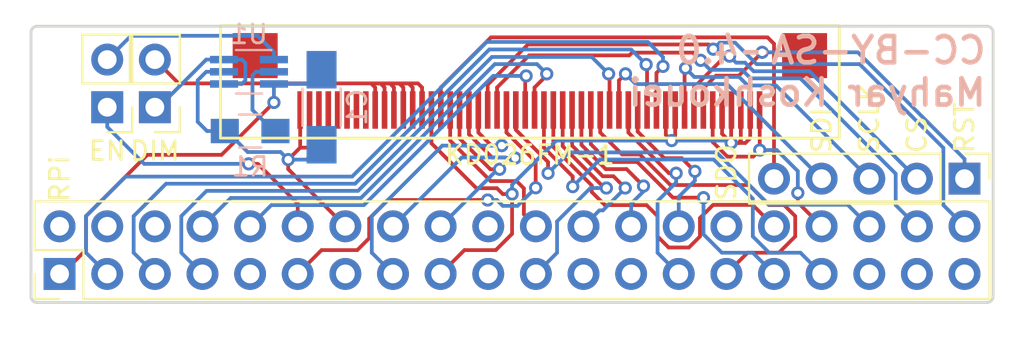
<source format=kicad_pcb>
(kicad_pcb (version 20170123) (host pcbnew "(2017-05-26 revision 1fda668f2)-master")

  (general
    (links 65)
    (no_connects 9)
    (area 145.314999 62.7725 198.9825 81.288333)
    (thickness 1.6)
    (drawings 14)
    (tracks 413)
    (zones 0)
    (modules 8)
    (nets 36)
  )

  (page A4)
  (layers
    (0 F.Cu signal)
    (31 B.Cu signal)
    (32 B.Adhes user)
    (33 F.Adhes user)
    (34 B.Paste user)
    (35 F.Paste user)
    (36 B.SilkS user)
    (37 F.SilkS user)
    (38 B.Mask user)
    (39 F.Mask user)
    (40 Dwgs.User user)
    (41 Cmts.User user)
    (42 Eco1.User user)
    (43 Eco2.User user)
    (44 Edge.Cuts user)
    (45 Margin user)
    (46 B.CrtYd user)
    (47 F.CrtYd user)
    (48 B.Fab user)
    (49 F.Fab user)
  )

  (setup
    (last_trace_width 0.2)
    (trace_clearance 0.18)
    (zone_clearance 0.5)
    (zone_45_only no)
    (trace_min 0.2)
    (segment_width 0.2)
    (edge_width 0.15)
    (via_size 0.7)
    (via_drill 0.4)
    (via_min_size 0.4)
    (via_min_drill 0.3)
    (uvia_size 0.3)
    (uvia_drill 0.1)
    (uvias_allowed no)
    (uvia_min_size 0.2)
    (uvia_min_drill 0.1)
    (pcb_text_width 0.3)
    (pcb_text_size 1.5 1.5)
    (mod_edge_width 0.15)
    (mod_text_size 1 1)
    (mod_text_width 0.15)
    (pad_size 1.524 1.524)
    (pad_drill 0.762)
    (pad_to_mask_clearance 0.2)
    (aux_axis_origin 0 0)
    (visible_elements FFFFFF7F)
    (pcbplotparams
      (layerselection 0x00030_ffffffff)
      (usegerberextensions false)
      (excludeedgelayer true)
      (linewidth 0.100000)
      (plotframeref false)
      (viasonmask false)
      (mode 1)
      (useauxorigin false)
      (hpglpennumber 1)
      (hpglpenspeed 20)
      (hpglpendiameter 15)
      (psnegative false)
      (psa4output false)
      (plotreference true)
      (plotvalue true)
      (plotinvisibletext false)
      (padsonsilk false)
      (subtractmaskfromsilk false)
      (outputformat 1)
      (mirror false)
      (drillshape 1)
      (scaleselection 1)
      (outputdirectory ""))
  )

  (net 0 "")
  (net 1 GND)
  (net 2 +3V3)
  (net 3 SDO)
  (net 4 SDI)
  (net 5 SCLK)
  (net 6 CS)
  (net 7 RESET)
  (net 8 /BCM_21)
  (net 9 /BCM_20)
  (net 10 /BCM_16)
  (net 11 /BCM_13)
  (net 12 /BCM_12)
  (net 13 /BCM_6)
  (net 14 /BCM_5)
  (net 15 /BCM_1)
  (net 16 /BCM_0)
  (net 17 /BCM_7)
  (net 18 /BCM_8)
  (net 19 /BCM_25)
  (net 20 /BCM_9)
  (net 21 /BCM_24)
  (net 22 /BCM_23)
  (net 23 /BCM_22)
  (net 24 BCM_18)
  (net 25 /BCM_17)
  (net 26 /BCM_15)
  (net 27 /BCM_14)
  (net 28 /BCM_4)
  (net 29 /BCM_3)
  (net 30 +5V)
  (net 31 /BCM_2)
  (net 32 "Net-(JP1-Pad2)")
  (net 33 "Net-(JP2-Pad2)")
  (net 34 "Net-(JP2-Pad1)")
  (net 35 "Net-(R1-Pad1)")

  (net_class Default "This is the default net class."
    (clearance 0.18)
    (trace_width 0.2)
    (via_dia 0.7)
    (via_drill 0.4)
    (uvia_dia 0.3)
    (uvia_drill 0.1)
    (add_net +3V3)
    (add_net +5V)
    (add_net /BCM_0)
    (add_net /BCM_1)
    (add_net /BCM_12)
    (add_net /BCM_13)
    (add_net /BCM_14)
    (add_net /BCM_15)
    (add_net /BCM_16)
    (add_net /BCM_17)
    (add_net /BCM_2)
    (add_net /BCM_20)
    (add_net /BCM_21)
    (add_net /BCM_22)
    (add_net /BCM_23)
    (add_net /BCM_24)
    (add_net /BCM_25)
    (add_net /BCM_3)
    (add_net /BCM_4)
    (add_net /BCM_5)
    (add_net /BCM_6)
    (add_net /BCM_7)
    (add_net /BCM_8)
    (add_net /BCM_9)
    (add_net BCM_18)
    (add_net CS)
    (add_net GND)
    (add_net "Net-(JP1-Pad2)")
    (add_net "Net-(JP2-Pad1)")
    (add_net "Net-(JP2-Pad2)")
    (add_net "Net-(R1-Pad1)")
    (add_net RESET)
    (add_net SCLK)
    (add_net SDI)
    (add_net SDO)
  )

  (module Capacitors_SMD:C_1206_HandSoldering (layer B.Cu) (tedit 58AA84D1) (tstamp 594DF976)
    (at 161.29 68.58 270)
    (descr "Capacitor SMD 1206, hand soldering")
    (tags "capacitor 1206")
    (path /594D864D)
    (attr smd)
    (fp_text reference C1 (at 0 -1.905 270) (layer B.SilkS)
      (effects (font (size 1 1) (thickness 0.15)) (justify mirror))
    )
    (fp_text value 1u (at 0 -2 270) (layer B.Fab)
      (effects (font (size 1 1) (thickness 0.15)) (justify mirror))
    )
    (fp_line (start 3.25 -1.05) (end -3.25 -1.05) (layer B.CrtYd) (width 0.05))
    (fp_line (start 3.25 -1.05) (end 3.25 1.05) (layer B.CrtYd) (width 0.05))
    (fp_line (start -3.25 1.05) (end -3.25 -1.05) (layer B.CrtYd) (width 0.05))
    (fp_line (start -3.25 1.05) (end 3.25 1.05) (layer B.CrtYd) (width 0.05))
    (fp_line (start -1 -1.02) (end 1 -1.02) (layer B.SilkS) (width 0.12))
    (fp_line (start 1 1.02) (end -1 1.02) (layer B.SilkS) (width 0.12))
    (fp_line (start -1.6 0.8) (end 1.6 0.8) (layer B.Fab) (width 0.1))
    (fp_line (start 1.6 0.8) (end 1.6 -0.8) (layer B.Fab) (width 0.1))
    (fp_line (start 1.6 -0.8) (end -1.6 -0.8) (layer B.Fab) (width 0.1))
    (fp_line (start -1.6 -0.8) (end -1.6 0.8) (layer B.Fab) (width 0.1))
    (fp_text user %R (at 0 1.75 270) (layer B.Fab)
      (effects (font (size 1 1) (thickness 0.15)) (justify mirror))
    )
    (pad 2 smd rect (at 2 0 270) (size 2 1.6) (layers B.Cu B.Paste B.Mask)
      (net 1 GND))
    (pad 1 smd rect (at -2 0 270) (size 2 1.6) (layers B.Cu B.Paste B.Mask)
      (net 2 +3V3))
    (model Capacitors_SMD.3dshapes/C_1206.wrl
      (at (xyz 0 0 0))
      (scale (xyz 1 1 1))
      (rotate (xyz 0 0 0))
    )
  )

  (module Pin_Headers:Pin_Header_Straight_1x05_Pitch2.54mm (layer F.Cu) (tedit 594DA7C9) (tstamp 594DF98E)
    (at 195.58 72.39 270)
    (descr "Through hole straight pin header, 1x05, 2.54mm pitch, single row")
    (tags "Through hole pin header THT 1x05 2.54mm single row")
    (path /594D8653)
    (fp_text reference SPI (at -2.54 0 270) (layer F.SilkS) hide
      (effects (font (size 1 1) (thickness 0.15)))
    )
    (fp_text value SPI (at 0 12.49 270) (layer F.Fab)
      (effects (font (size 1 1) (thickness 0.15)))
    )
    (fp_text user %R (at 0 -2.33 270) (layer F.Fab)
      (effects (font (size 1 1) (thickness 0.15)))
    )
    (fp_line (start 1.8 -1.8) (end -1.8 -1.8) (layer F.CrtYd) (width 0.05))
    (fp_line (start 1.8 11.95) (end 1.8 -1.8) (layer F.CrtYd) (width 0.05))
    (fp_line (start -1.8 11.95) (end 1.8 11.95) (layer F.CrtYd) (width 0.05))
    (fp_line (start -1.8 -1.8) (end -1.8 11.95) (layer F.CrtYd) (width 0.05))
    (fp_line (start -1.33 -1.33) (end 0 -1.33) (layer F.SilkS) (width 0.12))
    (fp_line (start -1.33 0) (end -1.33 -1.33) (layer F.SilkS) (width 0.12))
    (fp_line (start 1.33 1.27) (end -1.33 1.27) (layer F.SilkS) (width 0.12))
    (fp_line (start 1.33 11.49) (end 1.33 1.27) (layer F.SilkS) (width 0.12))
    (fp_line (start -1.33 11.49) (end 1.33 11.49) (layer F.SilkS) (width 0.12))
    (fp_line (start -1.33 1.27) (end -1.33 11.49) (layer F.SilkS) (width 0.12))
    (fp_line (start 1.27 -1.27) (end -1.27 -1.27) (layer F.Fab) (width 0.1))
    (fp_line (start 1.27 11.43) (end 1.27 -1.27) (layer F.Fab) (width 0.1))
    (fp_line (start -1.27 11.43) (end 1.27 11.43) (layer F.Fab) (width 0.1))
    (fp_line (start -1.27 -1.27) (end -1.27 11.43) (layer F.Fab) (width 0.1))
    (pad 5 thru_hole oval (at 0 10.16 270) (size 1.7 1.7) (drill 1) (layers *.Cu *.Mask)
      (net 3 SDO))
    (pad 4 thru_hole oval (at 0 7.62 270) (size 1.7 1.7) (drill 1) (layers *.Cu *.Mask)
      (net 4 SDI))
    (pad 3 thru_hole oval (at 0 5.08 270) (size 1.7 1.7) (drill 1) (layers *.Cu *.Mask)
      (net 5 SCLK))
    (pad 2 thru_hole oval (at 0 2.54 270) (size 1.7 1.7) (drill 1) (layers *.Cu *.Mask)
      (net 6 CS))
    (pad 1 thru_hole rect (at 0 0 270) (size 1.7 1.7) (drill 1) (layers *.Cu *.Mask)
      (net 7 RESET))
    (model ${KISYS3DMOD}/Pin_Headers.3dshapes/Pin_Header_Straight_1x05_Pitch2.54mm.wrl
      (at (xyz 0 -0.2 0))
      (scale (xyz 1 1 1))
      (rotate (xyz 0 0 90))
    )
  )

  (module Pin_Headers:Pin_Header_Straight_2x20_Pitch2.54mm (layer F.Cu) (tedit 594DA7B2) (tstamp 594DF9CB)
    (at 147.32 77.47 90)
    (descr "Through hole straight pin header, 2x20, 2.54mm pitch, double rows")
    (tags "Through hole pin header THT 2x20 2.54mm double row")
    (path /594D862F)
    (fp_text reference RPi (at 5.08 0 90) (layer F.SilkS)
      (effects (font (size 1 1) (thickness 0.15)))
    )
    (fp_text value CONN_02X20 (at 1.27 50.59 90) (layer F.Fab)
      (effects (font (size 1 1) (thickness 0.15)))
    )
    (fp_text user %R (at 1.27 -2.33 90) (layer F.Fab)
      (effects (font (size 1 1) (thickness 0.15)))
    )
    (fp_line (start 4.35 -1.8) (end -1.8 -1.8) (layer F.CrtYd) (width 0.05))
    (fp_line (start 4.35 50.05) (end 4.35 -1.8) (layer F.CrtYd) (width 0.05))
    (fp_line (start -1.8 50.05) (end 4.35 50.05) (layer F.CrtYd) (width 0.05))
    (fp_line (start -1.8 -1.8) (end -1.8 50.05) (layer F.CrtYd) (width 0.05))
    (fp_line (start -1.33 -1.33) (end 0 -1.33) (layer F.SilkS) (width 0.12))
    (fp_line (start -1.33 0) (end -1.33 -1.33) (layer F.SilkS) (width 0.12))
    (fp_line (start 1.27 1.27) (end -1.33 1.27) (layer F.SilkS) (width 0.12))
    (fp_line (start 1.27 -1.33) (end 1.27 1.27) (layer F.SilkS) (width 0.12))
    (fp_line (start 3.87 -1.33) (end 1.27 -1.33) (layer F.SilkS) (width 0.12))
    (fp_line (start 3.87 49.59) (end 3.87 -1.33) (layer F.SilkS) (width 0.12))
    (fp_line (start -1.33 49.59) (end 3.87 49.59) (layer F.SilkS) (width 0.12))
    (fp_line (start -1.33 1.27) (end -1.33 49.59) (layer F.SilkS) (width 0.12))
    (fp_line (start 3.81 -1.27) (end -1.27 -1.27) (layer F.Fab) (width 0.1))
    (fp_line (start 3.81 49.53) (end 3.81 -1.27) (layer F.Fab) (width 0.1))
    (fp_line (start -1.27 49.53) (end 3.81 49.53) (layer F.Fab) (width 0.1))
    (fp_line (start -1.27 -1.27) (end -1.27 49.53) (layer F.Fab) (width 0.1))
    (pad 40 thru_hole oval (at 2.54 48.26 90) (size 1.7 1.7) (drill 1) (layers *.Cu *.Mask)
      (net 8 /BCM_21))
    (pad 39 thru_hole oval (at 0 48.26 90) (size 1.7 1.7) (drill 1) (layers *.Cu *.Mask)
      (net 1 GND))
    (pad 38 thru_hole oval (at 2.54 45.72 90) (size 1.7 1.7) (drill 1) (layers *.Cu *.Mask)
      (net 9 /BCM_20))
    (pad 37 thru_hole oval (at 0 45.72 90) (size 1.7 1.7) (drill 1) (layers *.Cu *.Mask))
    (pad 36 thru_hole oval (at 2.54 43.18 90) (size 1.7 1.7) (drill 1) (layers *.Cu *.Mask)
      (net 10 /BCM_16))
    (pad 35 thru_hole oval (at 0 43.18 90) (size 1.7 1.7) (drill 1) (layers *.Cu *.Mask))
    (pad 34 thru_hole oval (at 2.54 40.64 90) (size 1.7 1.7) (drill 1) (layers *.Cu *.Mask)
      (net 1 GND))
    (pad 33 thru_hole oval (at 0 40.64 90) (size 1.7 1.7) (drill 1) (layers *.Cu *.Mask)
      (net 11 /BCM_13))
    (pad 32 thru_hole oval (at 2.54 38.1 90) (size 1.7 1.7) (drill 1) (layers *.Cu *.Mask)
      (net 12 /BCM_12))
    (pad 31 thru_hole oval (at 0 38.1 90) (size 1.7 1.7) (drill 1) (layers *.Cu *.Mask)
      (net 13 /BCM_6))
    (pad 30 thru_hole oval (at 2.54 35.56 90) (size 1.7 1.7) (drill 1) (layers *.Cu *.Mask)
      (net 1 GND))
    (pad 29 thru_hole oval (at 0 35.56 90) (size 1.7 1.7) (drill 1) (layers *.Cu *.Mask)
      (net 14 /BCM_5))
    (pad 28 thru_hole oval (at 2.54 33.02 90) (size 1.7 1.7) (drill 1) (layers *.Cu *.Mask)
      (net 15 /BCM_1))
    (pad 27 thru_hole oval (at 0 33.02 90) (size 1.7 1.7) (drill 1) (layers *.Cu *.Mask)
      (net 16 /BCM_0))
    (pad 26 thru_hole oval (at 2.54 30.48 90) (size 1.7 1.7) (drill 1) (layers *.Cu *.Mask)
      (net 17 /BCM_7))
    (pad 25 thru_hole oval (at 0 30.48 90) (size 1.7 1.7) (drill 1) (layers *.Cu *.Mask)
      (net 1 GND))
    (pad 24 thru_hole oval (at 2.54 27.94 90) (size 1.7 1.7) (drill 1) (layers *.Cu *.Mask)
      (net 18 /BCM_8))
    (pad 23 thru_hole oval (at 0 27.94 90) (size 1.7 1.7) (drill 1) (layers *.Cu *.Mask))
    (pad 22 thru_hole oval (at 2.54 25.4 90) (size 1.7 1.7) (drill 1) (layers *.Cu *.Mask)
      (net 19 /BCM_25))
    (pad 21 thru_hole oval (at 0 25.4 90) (size 1.7 1.7) (drill 1) (layers *.Cu *.Mask)
      (net 20 /BCM_9))
    (pad 20 thru_hole oval (at 2.54 22.86 90) (size 1.7 1.7) (drill 1) (layers *.Cu *.Mask)
      (net 1 GND))
    (pad 19 thru_hole oval (at 0 22.86 90) (size 1.7 1.7) (drill 1) (layers *.Cu *.Mask))
    (pad 18 thru_hole oval (at 2.54 20.32 90) (size 1.7 1.7) (drill 1) (layers *.Cu *.Mask)
      (net 21 /BCM_24))
    (pad 17 thru_hole oval (at 0 20.32 90) (size 1.7 1.7) (drill 1) (layers *.Cu *.Mask)
      (net 2 +3V3))
    (pad 16 thru_hole oval (at 2.54 17.78 90) (size 1.7 1.7) (drill 1) (layers *.Cu *.Mask)
      (net 22 /BCM_23))
    (pad 15 thru_hole oval (at 0 17.78 90) (size 1.7 1.7) (drill 1) (layers *.Cu *.Mask)
      (net 23 /BCM_22))
    (pad 14 thru_hole oval (at 2.54 15.24 90) (size 1.7 1.7) (drill 1) (layers *.Cu *.Mask)
      (net 1 GND))
    (pad 13 thru_hole oval (at 0 15.24 90) (size 1.7 1.7) (drill 1) (layers *.Cu *.Mask))
    (pad 12 thru_hole oval (at 2.54 12.7 90) (size 1.7 1.7) (drill 1) (layers *.Cu *.Mask)
      (net 24 BCM_18))
    (pad 11 thru_hole oval (at 0 12.7 90) (size 1.7 1.7) (drill 1) (layers *.Cu *.Mask)
      (net 25 /BCM_17))
    (pad 10 thru_hole oval (at 2.54 10.16 90) (size 1.7 1.7) (drill 1) (layers *.Cu *.Mask)
      (net 26 /BCM_15))
    (pad 9 thru_hole oval (at 0 10.16 90) (size 1.7 1.7) (drill 1) (layers *.Cu *.Mask)
      (net 1 GND))
    (pad 8 thru_hole oval (at 2.54 7.62 90) (size 1.7 1.7) (drill 1) (layers *.Cu *.Mask)
      (net 27 /BCM_14))
    (pad 7 thru_hole oval (at 0 7.62 90) (size 1.7 1.7) (drill 1) (layers *.Cu *.Mask)
      (net 28 /BCM_4))
    (pad 6 thru_hole oval (at 2.54 5.08 90) (size 1.7 1.7) (drill 1) (layers *.Cu *.Mask)
      (net 1 GND))
    (pad 5 thru_hole oval (at 0 5.08 90) (size 1.7 1.7) (drill 1) (layers *.Cu *.Mask)
      (net 29 /BCM_3))
    (pad 4 thru_hole oval (at 2.54 2.54 90) (size 1.7 1.7) (drill 1) (layers *.Cu *.Mask)
      (net 30 +5V))
    (pad 3 thru_hole oval (at 0 2.54 90) (size 1.7 1.7) (drill 1) (layers *.Cu *.Mask)
      (net 31 /BCM_2))
    (pad 2 thru_hole oval (at 2.54 0 90) (size 1.7 1.7) (drill 1) (layers *.Cu *.Mask)
      (net 30 +5V))
    (pad 1 thru_hole rect (at 0 0 90) (size 1.7 1.7) (drill 1) (layers *.Cu *.Mask)
      (net 2 +3V3))
    (model ${KISYS3DMOD}/Pin_Headers.3dshapes/Pin_Header_Straight_2x20_Pitch2.54mm.wrl
      (at (xyz 0.05 -0.95 0))
      (scale (xyz 1 1 1))
      (rotate (xyz 0 0 90))
    )
  )

  (module Pin_Headers:Pin_Header_Straight_1x02_Pitch2.54mm (layer F.Cu) (tedit 594DA701) (tstamp 594DF9E0)
    (at 149.86 68.58 180)
    (descr "Through hole straight pin header, 1x02, 2.54mm pitch, single row")
    (tags "Through hole pin header THT 1x02 2.54mm single row")
    (path /594D8652)
    (fp_text reference EN (at 0 -2.33 180) (layer F.SilkS)
      (effects (font (size 1 1) (thickness 0.15)))
    )
    (fp_text value DIMMER (at 0 4.87 180) (layer F.Fab)
      (effects (font (size 1 1) (thickness 0.15)))
    )
    (fp_line (start -1.27 -1.27) (end -1.27 3.81) (layer F.Fab) (width 0.1))
    (fp_line (start -1.27 3.81) (end 1.27 3.81) (layer F.Fab) (width 0.1))
    (fp_line (start 1.27 3.81) (end 1.27 -1.27) (layer F.Fab) (width 0.1))
    (fp_line (start 1.27 -1.27) (end -1.27 -1.27) (layer F.Fab) (width 0.1))
    (fp_line (start -1.33 1.27) (end -1.33 3.87) (layer F.SilkS) (width 0.12))
    (fp_line (start -1.33 3.87) (end 1.33 3.87) (layer F.SilkS) (width 0.12))
    (fp_line (start 1.33 3.87) (end 1.33 1.27) (layer F.SilkS) (width 0.12))
    (fp_line (start 1.33 1.27) (end -1.33 1.27) (layer F.SilkS) (width 0.12))
    (fp_line (start -1.33 0) (end -1.33 -1.33) (layer F.SilkS) (width 0.12))
    (fp_line (start -1.33 -1.33) (end 0 -1.33) (layer F.SilkS) (width 0.12))
    (fp_line (start -1.8 -1.8) (end -1.8 4.35) (layer F.CrtYd) (width 0.05))
    (fp_line (start -1.8 4.35) (end 1.8 4.35) (layer F.CrtYd) (width 0.05))
    (fp_line (start 1.8 4.35) (end 1.8 -1.8) (layer F.CrtYd) (width 0.05))
    (fp_line (start 1.8 -1.8) (end -1.8 -1.8) (layer F.CrtYd) (width 0.05))
    (fp_text user %R (at 0 -2.33 180) (layer F.Fab)
      (effects (font (size 1 1) (thickness 0.15)))
    )
    (pad 1 thru_hole rect (at 0 0 180) (size 1.7 1.7) (drill 1) (layers *.Cu *.Mask)
      (net 24 BCM_18))
    (pad 2 thru_hole oval (at 0 2.54 180) (size 1.7 1.7) (drill 1) (layers *.Cu *.Mask)
      (net 32 "Net-(JP1-Pad2)"))
    (model ${KISYS3DMOD}/Pin_Headers.3dshapes/Pin_Header_Straight_1x02_Pitch2.54mm.wrl
      (at (xyz 0 -0.05 0))
      (scale (xyz 1 1 1))
      (rotate (xyz 0 0 90))
    )
  )

  (module Pin_Headers:Pin_Header_Straight_1x02_Pitch2.54mm (layer F.Cu) (tedit 594DA70C) (tstamp 594DF9F5)
    (at 152.4 68.58 180)
    (descr "Through hole straight pin header, 1x02, 2.54mm pitch, single row")
    (tags "Through hole pin header THT 1x02 2.54mm single row")
    (path /594D8649)
    (fp_text reference DIM (at 0 -2.33 180) (layer F.SilkS)
      (effects (font (size 1 1) (thickness 0.15)))
    )
    (fp_text value LEDs (at 0 4.87 180) (layer F.Fab)
      (effects (font (size 1 1) (thickness 0.15)))
    )
    (fp_text user %R (at 0 -2.33 180) (layer F.Fab)
      (effects (font (size 1 1) (thickness 0.15)))
    )
    (fp_line (start 1.8 -1.8) (end -1.8 -1.8) (layer F.CrtYd) (width 0.05))
    (fp_line (start 1.8 4.35) (end 1.8 -1.8) (layer F.CrtYd) (width 0.05))
    (fp_line (start -1.8 4.35) (end 1.8 4.35) (layer F.CrtYd) (width 0.05))
    (fp_line (start -1.8 -1.8) (end -1.8 4.35) (layer F.CrtYd) (width 0.05))
    (fp_line (start -1.33 -1.33) (end 0 -1.33) (layer F.SilkS) (width 0.12))
    (fp_line (start -1.33 0) (end -1.33 -1.33) (layer F.SilkS) (width 0.12))
    (fp_line (start 1.33 1.27) (end -1.33 1.27) (layer F.SilkS) (width 0.12))
    (fp_line (start 1.33 3.87) (end 1.33 1.27) (layer F.SilkS) (width 0.12))
    (fp_line (start -1.33 3.87) (end 1.33 3.87) (layer F.SilkS) (width 0.12))
    (fp_line (start -1.33 1.27) (end -1.33 3.87) (layer F.SilkS) (width 0.12))
    (fp_line (start 1.27 -1.27) (end -1.27 -1.27) (layer F.Fab) (width 0.1))
    (fp_line (start 1.27 3.81) (end 1.27 -1.27) (layer F.Fab) (width 0.1))
    (fp_line (start -1.27 3.81) (end 1.27 3.81) (layer F.Fab) (width 0.1))
    (fp_line (start -1.27 -1.27) (end -1.27 3.81) (layer F.Fab) (width 0.1))
    (pad 2 thru_hole oval (at 0 2.54 180) (size 1.7 1.7) (drill 1) (layers *.Cu *.Mask)
      (net 33 "Net-(JP2-Pad2)"))
    (pad 1 thru_hole rect (at 0 0 180) (size 1.7 1.7) (drill 1) (layers *.Cu *.Mask)
      (net 34 "Net-(JP2-Pad1)"))
    (model ${KISYS3DMOD}/Pin_Headers.3dshapes/Pin_Header_Straight_1x02_Pitch2.54mm.wrl
      (at (xyz 0 -0.05 0))
      (scale (xyz 1 1 1))
      (rotate (xyz 0 0 90))
    )
  )

  (module TO_SOT_Packages_SMD:SOT-363_SC-70-6_Handsoldering (layer B.Cu) (tedit 58CE4E7F) (tstamp 594DFA21)
    (at 157.42 66.69 180)
    (descr "SOT-363, SC-70-6, Handsoldering")
    (tags "SOT-363 SC-70-6 Handsoldering")
    (path /594D864B)
    (attr smd)
    (fp_text reference U1 (at 0 2 180) (layer B.SilkS)
      (effects (font (size 1 1) (thickness 0.15)) (justify mirror))
    )
    (fp_text value CAT4002 (at 0 -2) (layer B.Fab)
      (effects (font (size 1 1) (thickness 0.15)) (justify mirror))
    )
    (fp_line (start -0.175 1.1) (end -0.675 0.6) (layer B.Fab) (width 0.1))
    (fp_line (start 0.675 -1.1) (end -0.675 -1.1) (layer B.Fab) (width 0.1))
    (fp_line (start 0.675 1.1) (end 0.675 -1.1) (layer B.Fab) (width 0.1))
    (fp_line (start -0.675 0.6) (end -0.675 -1.1) (layer B.Fab) (width 0.1))
    (fp_line (start 0.675 1.1) (end -0.175 1.1) (layer B.Fab) (width 0.1))
    (fp_line (start -2.4 1.4) (end 2.4 1.4) (layer B.CrtYd) (width 0.05))
    (fp_line (start -2.4 1.4) (end -2.4 -1.4) (layer B.CrtYd) (width 0.05))
    (fp_line (start 2.4 -1.4) (end 2.4 1.4) (layer B.CrtYd) (width 0.05))
    (fp_line (start -0.7 -1.16) (end 0.7 -1.16) (layer B.SilkS) (width 0.12))
    (fp_line (start 0.7 1.16) (end -1.2 1.16) (layer B.SilkS) (width 0.12))
    (fp_line (start -2.4 -1.4) (end 2.4 -1.4) (layer B.CrtYd) (width 0.05))
    (fp_text user %R (at 0 0 180) (layer B.Fab)
      (effects (font (size 0.5 0.5) (thickness 0.075)) (justify mirror))
    )
    (pad 6 smd rect (at 1.33 0.65 180) (size 1.5 0.4) (layers B.Cu B.Paste B.Mask)
      (net 34 "Net-(JP2-Pad1)"))
    (pad 5 smd rect (at 1.33 0 180) (size 1.5 0.4) (layers B.Cu B.Paste B.Mask)
      (net 1 GND))
    (pad 4 smd rect (at 1.33 -0.65 180) (size 1.5 0.4) (layers B.Cu B.Paste B.Mask)
      (net 34 "Net-(JP2-Pad1)"))
    (pad 3 smd rect (at -1.33 -0.65 180) (size 1.5 0.4) (layers B.Cu B.Paste B.Mask)
      (net 2 +3V3))
    (pad 2 smd rect (at -1.33 0 180) (size 1.5 0.4) (layers B.Cu B.Paste B.Mask)
      (net 35 "Net-(R1-Pad1)"))
    (pad 1 smd rect (at -1.33 0.65 180) (size 1.5 0.4) (layers B.Cu B.Paste B.Mask)
      (net 32 "Net-(JP1-Pad2)"))
    (model ${KISYS3DMOD}/TO_SOT_Packages_SMD.3dshapes/SOT-363_SC-70-6.wrl
      (at (xyz 0 0 0))
      (scale (xyz 1 1 1))
      (rotate (xyz 0 0 0))
    )
  )

  (module lcdconn50lib:FPC_50 (layer F.Cu) (tedit 594DA748) (tstamp 594DFA5E)
    (at 172.400001 68.7275 180)
    (path /594D863C)
    (attr smd)
    (fp_text reference KD026FM-1 (at 0 -2.3925 180) (layer F.SilkS)
      (effects (font (size 1 1) (thickness 0.15)))
    )
    (fp_text value 2.6FM_1_PIN (at 0 3.3 180) (layer F.Fab)
      (effects (font (size 1 1) (thickness 0.15)))
    )
    (fp_line (start -16.5 4.5) (end -16.5 -1.5) (layer F.SilkS) (width 0.15))
    (fp_line (start -16.5 -1.5) (end 16.5 -1.5) (layer F.SilkS) (width 0.15))
    (fp_line (start 16.5 -1.5) (end 16.5 4.5) (layer F.SilkS) (width 0.15))
    (fp_line (start 16.5 4.5) (end -16.5 4.5) (layer F.SilkS) (width 0.15))
    (fp_line (start -16.5 4.5) (end -16.5 4.5) (layer F.SilkS) (width 0.15))
    (pad 1 smd rect (at -12.25 0 180) (size 0.3 2) (layers F.Cu F.Paste F.Mask)
      (net 1 GND))
    (pad 2 smd rect (at -11.75 0 180) (size 0.3 2) (layers F.Cu F.Paste F.Mask)
      (net 2 +3V3))
    (pad 3 smd rect (at -11.25 0 180) (size 0.3 2) (layers F.Cu F.Paste F.Mask)
      (net 2 +3V3))
    (pad 4 smd rect (at -10.75 0 180) (size 0.3 2) (layers F.Cu F.Paste F.Mask)
      (net 2 +3V3))
    (pad 5 smd rect (at -10.25 0 180) (size 0.3 2) (layers F.Cu F.Paste F.Mask)
      (net 2 +3V3))
    (pad 6 smd rect (at -9.75 0 180) (size 0.3 2) (layers F.Cu F.Paste F.Mask)
      (net 1 GND))
    (pad 7 smd rect (at -9.25 0 180) (size 0.3 2) (layers F.Cu F.Paste F.Mask)
      (net 7 RESET))
    (pad 8 smd rect (at -8.75 0 180) (size 0.3 2) (layers F.Cu F.Paste F.Mask)
      (net 6 CS))
    (pad 9 smd rect (at -8.25 0 180) (size 0.3 2) (layers F.Cu F.Paste F.Mask)
      (net 5 SCLK))
    (pad 10 smd rect (at -7.75 0 180) (size 0.3 2) (layers F.Cu F.Paste F.Mask)
      (net 2 +3V3))
    (pad 11 smd rect (at -7.25 0 180) (size 0.3 2) (layers F.Cu F.Paste F.Mask)
      (net 2 +3V3))
    (pad 12 smd rect (at -6.75 0 180) (size 0.3 2) (layers F.Cu F.Paste F.Mask)
      (net 31 /BCM_2))
    (pad 13 smd rect (at -6.25 0 180) (size 0.3 2) (layers F.Cu F.Paste F.Mask)
      (net 29 /BCM_3))
    (pad 14 smd rect (at -5.75 0 180) (size 0.3 2) (layers F.Cu F.Paste F.Mask)
      (net 15 /BCM_1))
    (pad 15 smd rect (at -5.25 0 180) (size 0.3 2) (layers F.Cu F.Paste F.Mask)
      (net 16 /BCM_0))
    (pad 16 smd rect (at -4.75 0 180) (size 0.3 2) (layers F.Cu F.Paste F.Mask)
      (net 4 SDI))
    (pad 17 smd rect (at -4.25 0 180) (size 0.3 2) (layers F.Cu F.Paste F.Mask)
      (net 28 /BCM_4))
    (pad 18 smd rect (at -3.75 0 180) (size 0.3 2) (layers F.Cu F.Paste F.Mask)
      (net 14 /BCM_5))
    (pad 19 smd rect (at -3.25 0 180) (size 0.3 2) (layers F.Cu F.Paste F.Mask)
      (net 13 /BCM_6))
    (pad 20 smd rect (at -2.75 0 180) (size 0.3 2) (layers F.Cu F.Paste F.Mask)
      (net 17 /BCM_7))
    (pad 21 smd rect (at -2.25 0 180) (size 0.3 2) (layers F.Cu F.Paste F.Mask)
      (net 18 /BCM_8))
    (pad 22 smd rect (at -1.75 0 180) (size 0.3 2) (layers F.Cu F.Paste F.Mask)
      (net 20 /BCM_9))
    (pad 23 smd rect (at -1.25 0 180) (size 0.3 2) (layers F.Cu F.Paste F.Mask)
      (net 12 /BCM_12))
    (pad 24 smd rect (at -0.75 0 180) (size 0.3 2) (layers F.Cu F.Paste F.Mask)
      (net 11 /BCM_13))
    (pad 25 smd rect (at -0.25 0 180) (size 0.3 2) (layers F.Cu F.Paste F.Mask)
      (net 27 /BCM_14))
    (pad 26 smd rect (at 0.25 0 180) (size 0.3 2) (layers F.Cu F.Paste F.Mask)
      (net 26 /BCM_15))
    (pad 27 smd rect (at 0.75 0 180) (size 0.3 2) (layers F.Cu F.Paste F.Mask)
      (net 10 /BCM_16))
    (pad 28 smd rect (at 1.25 0 180) (size 0.3 2) (layers F.Cu F.Paste F.Mask)
      (net 25 /BCM_17))
    (pad 29 smd rect (at 1.75 0 180) (size 0.3 2) (layers F.Cu F.Paste F.Mask)
      (net 9 /BCM_20))
    (pad 30 smd rect (at 2.25 0 180) (size 0.3 2) (layers F.Cu F.Paste F.Mask)
      (net 8 /BCM_21))
    (pad 31 smd rect (at 2.75 0 180) (size 0.3 2) (layers F.Cu F.Paste F.Mask)
      (net 23 /BCM_22))
    (pad 32 smd rect (at 3.25 0 180) (size 0.3 2) (layers F.Cu F.Paste F.Mask)
      (net 22 /BCM_23))
    (pad 33 smd rect (at 3.75 0 180) (size 0.3 2) (layers F.Cu F.Paste F.Mask)
      (net 21 /BCM_24))
    (pad 34 smd rect (at 4.25 0 180) (size 0.3 2) (layers F.Cu F.Paste F.Mask)
      (net 19 /BCM_25))
    (pad 35 smd rect (at 4.75 0 180) (size 0.3 2) (layers F.Cu F.Paste F.Mask)
      (net 3 SDO))
    (pad 36 smd rect (at 5.25 0 180) (size 0.3 2) (layers F.Cu F.Paste F.Mask)
      (net 2 +3V3))
    (pad 37 smd rect (at 5.75 0 180) (size 0.3 2) (layers F.Cu F.Paste F.Mask)
      (net 33 "Net-(JP2-Pad2)"))
    (pad 38 smd rect (at 6.25 0 180) (size 0.3 2) (layers F.Cu F.Paste F.Mask)
      (net 33 "Net-(JP2-Pad2)"))
    (pad 39 smd rect (at 6.75 0 180) (size 0.3 2) (layers F.Cu F.Paste F.Mask)
      (net 33 "Net-(JP2-Pad2)"))
    (pad 40 smd rect (at 7.25 0 180) (size 0.3 2) (layers F.Cu F.Paste F.Mask)
      (net 33 "Net-(JP2-Pad2)"))
    (pad 41 smd rect (at 7.75 0 180) (size 0.3 2) (layers F.Cu F.Paste F.Mask)
      (net 33 "Net-(JP2-Pad2)"))
    (pad 42 smd rect (at 8.25 0 180) (size 0.3 2) (layers F.Cu F.Paste F.Mask)
      (net 33 "Net-(JP2-Pad2)"))
    (pad 43 smd rect (at 8.75 0 180) (size 0.3 2) (layers F.Cu F.Paste F.Mask))
    (pad 44 smd rect (at 9.25 0 180) (size 0.3 2) (layers F.Cu F.Paste F.Mask))
    (pad 45 smd rect (at 9.75 0 180) (size 0.3 2) (layers F.Cu F.Paste F.Mask))
    (pad 46 smd rect (at 10.25 0 180) (size 0.3 2) (layers F.Cu F.Paste F.Mask))
    (pad 47 smd rect (at 10.75 0 180) (size 0.3 2) (layers F.Cu F.Paste F.Mask)
      (net 1 GND))
    (pad 48 smd rect (at 11.25 0 180) (size 0.3 2) (layers F.Cu F.Paste F.Mask)
      (net 1 GND))
    (pad 49 smd rect (at 11.75 0 180) (size 0.3 2) (layers F.Cu F.Paste F.Mask)
      (net 1 GND))
    (pad 50 smd rect (at 12.25 0 180) (size 0.3 2) (layers F.Cu F.Paste F.Mask)
      (net 1 GND))
    (pad "" smd rect (at -14.65 2.9 180) (size 2.4 2.4) (layers F.Cu F.Paste F.Mask))
    (pad "" smd rect (at 14.65 2.9 180) (size 2.4 2.4) (layers F.Cu F.Paste F.Mask))
  )

  (module Resistors_SMD:R_0805_HandSoldering (layer B.Cu) (tedit 58E0A804) (tstamp 594DFEE7)
    (at 157.48 69.85 180)
    (descr "Resistor SMD 0805, hand soldering")
    (tags "resistor 0805")
    (path /594D8651)
    (attr smd)
    (fp_text reference R1 (at 0 -1.905 180) (layer B.SilkS)
      (effects (font (size 1 1) (thickness 0.15)) (justify mirror))
    )
    (fp_text value 1.5k (at 0 -1.75 180) (layer B.Fab)
      (effects (font (size 1 1) (thickness 0.15)) (justify mirror))
    )
    (fp_line (start 2.35 -0.9) (end -2.35 -0.9) (layer B.CrtYd) (width 0.05))
    (fp_line (start 2.35 -0.9) (end 2.35 0.9) (layer B.CrtYd) (width 0.05))
    (fp_line (start -2.35 0.9) (end -2.35 -0.9) (layer B.CrtYd) (width 0.05))
    (fp_line (start -2.35 0.9) (end 2.35 0.9) (layer B.CrtYd) (width 0.05))
    (fp_line (start -0.6 0.88) (end 0.6 0.88) (layer B.SilkS) (width 0.12))
    (fp_line (start 0.6 -0.88) (end -0.6 -0.88) (layer B.SilkS) (width 0.12))
    (fp_line (start -1 0.62) (end 1 0.62) (layer B.Fab) (width 0.1))
    (fp_line (start 1 0.62) (end 1 -0.62) (layer B.Fab) (width 0.1))
    (fp_line (start 1 -0.62) (end -1 -0.62) (layer B.Fab) (width 0.1))
    (fp_line (start -1 -0.62) (end -1 0.62) (layer B.Fab) (width 0.1))
    (fp_text user %R (at 0 0 180) (layer B.Fab)
      (effects (font (size 0.5 0.5) (thickness 0.075)) (justify mirror))
    )
    (pad 2 smd rect (at 1.35 0 180) (size 1.5 1.3) (layers B.Cu B.Paste B.Mask)
      (net 1 GND))
    (pad 1 smd rect (at -1.35 0 180) (size 1.5 1.3) (layers B.Cu B.Paste B.Mask)
      (net 35 "Net-(R1-Pad1)"))
    (model ${KISYS3DMOD}/Resistors_SMD.3dshapes/R_0805.wrl
      (at (xyz 0 0 0))
      (scale (xyz 1 1 1))
      (rotate (xyz 0 0 0))
    )
  )

  (gr_text SDO (at 182.88 73.66 90) (layer F.SilkS) (tstamp 594E0570)
    (effects (font (size 1 1) (thickness 0.15)) (justify left))
  )
  (gr_text SDI (at 187.96 71.12 90) (layer F.SilkS) (tstamp 594E056C)
    (effects (font (size 1 1) (thickness 0.15)) (justify left))
  )
  (gr_text SCLK (at 190.5 71.12 90) (layer F.SilkS) (tstamp 594E0568)
    (effects (font (size 1 1) (thickness 0.15)) (justify left))
  )
  (gr_text CS (at 193.04 71.12 90) (layer F.SilkS) (tstamp 594E055B)
    (effects (font (size 1 1) (thickness 0.15)) (justify left))
  )
  (gr_text RST (at 195.58 71.12 90) (layer F.SilkS)
    (effects (font (size 1 1) (thickness 0.15)) (justify left))
  )
  (gr_text "CC-BY-SA-4.0\nMahyar Koshkouei" (at 196.85 66.675) (layer B.SilkS)
    (effects (font (size 1.4 1.4) (thickness 0.25)) (justify left mirror))
  )
  (gr_arc (start 146.1135 64.5795) (end 146.1135 64.262) (angle -90) (layer Edge.Cuts) (width 0.15) (tstamp 594E0258))
  (gr_arc (start 146.1135 78.6765) (end 145.796 78.6765) (angle -90) (layer Edge.Cuts) (width 0.15) (tstamp 594E0252))
  (gr_arc (start 196.7865 78.6765) (end 196.7865 78.994) (angle -90) (layer Edge.Cuts) (width 0.15) (tstamp 594E0249))
  (gr_arc (start 196.7865 64.5795) (end 197.104 64.5795) (angle -90) (layer Edge.Cuts) (width 0.15))
  (gr_line (start 197.104 78.6765) (end 197.104 64.5795) (layer Edge.Cuts) (width 0.15))
  (gr_line (start 146.1135 78.994) (end 196.7865 78.994) (layer Edge.Cuts) (width 0.15))
  (gr_line (start 145.796 78.6765) (end 145.796 64.5795) (layer Edge.Cuts) (width 0.15))
  (gr_line (start 196.7865 64.262) (end 146.1135 64.262) (layer Edge.Cuts) (width 0.15))

  (segment (start 182.150001 70.433403) (end 182.150001 69.9275) (width 0.2) (layer F.Cu) (net 1))
  (segment (start 182.932597 71.215999) (end 182.150001 70.433403) (width 0.2) (layer F.Cu) (net 1))
  (segment (start 182.150001 69.9275) (end 182.150001 68.7275) (width 0.2) (layer F.Cu) (net 1))
  (segment (start 184.308001 71.215999) (end 182.932597 71.215999) (width 0.2) (layer F.Cu) (net 1))
  (segment (start 184.658 70.866) (end 184.308001 71.215999) (width 0.2) (layer F.Cu) (net 1))
  (segment (start 184.658 70.866) (end 184.658 68.735499) (width 0.2) (layer F.Cu) (net 1))
  (segment (start 184.658 68.735499) (end 184.650001 68.7275) (width 0.2) (layer F.Cu) (net 1))
  (segment (start 186.69 73.152) (end 186.69 71.987598) (width 0.2) (layer B.Cu) (net 1))
  (via (at 184.658 70.866) (size 0.7) (drill 0.4) (layers F.Cu B.Cu) (net 1))
  (segment (start 186.69 71.987598) (end 185.568402 70.866) (width 0.2) (layer B.Cu) (net 1))
  (segment (start 185.568402 70.866) (end 184.658 70.866) (width 0.2) (layer B.Cu) (net 1))
  (via (at 186.69 73.152) (size 0.7) (drill 0.4) (layers F.Cu B.Cu) (net 1))
  (segment (start 187.96 74.93) (end 186.69 73.66) (width 0.2) (layer F.Cu) (net 1))
  (segment (start 186.69 73.66) (end 186.69 73.152) (width 0.2) (layer F.Cu) (net 1))
  (segment (start 156.13 69.85) (end 155.18 69.85) (width 0.2) (layer B.Cu) (net 1))
  (segment (start 155.18 69.85) (end 154.686 69.356) (width 0.2) (layer B.Cu) (net 1))
  (segment (start 154.686 69.356) (end 154.686 67.144) (width 0.2) (layer B.Cu) (net 1))
  (segment (start 154.686 67.144) (end 155.14 66.69) (width 0.2) (layer B.Cu) (net 1))
  (segment (start 155.14 66.69) (end 156.09 66.69) (width 0.2) (layer B.Cu) (net 1))
  (segment (start 159.512 71.374) (end 159.107999 70.969999) (width 0.2) (layer B.Cu) (net 1))
  (segment (start 159.107999 70.969999) (end 157.349999 70.969999) (width 0.2) (layer B.Cu) (net 1))
  (segment (start 157.349999 70.969999) (end 156.23 69.85) (width 0.2) (layer B.Cu) (net 1))
  (segment (start 156.23 69.85) (end 156.13 69.85) (width 0.2) (layer B.Cu) (net 1))
  (segment (start 160.841502 70.735999) (end 160.655 70.735999) (width 0.2) (layer F.Cu) (net 1))
  (segment (start 160.655 70.735999) (end 160.150001 70.735999) (width 0.2) (layer F.Cu) (net 1))
  (segment (start 160.650001 68.7275) (end 160.650001 70.731) (width 0.2) (layer F.Cu) (net 1))
  (segment (start 160.650001 70.731) (end 160.655 70.735999) (width 0.2) (layer F.Cu) (net 1))
  (segment (start 161.650001 69.9275) (end 161.036 70.541501) (width 0.2) (layer F.Cu) (net 1))
  (segment (start 161.036 70.541501) (end 160.841502 70.735999) (width 0.2) (layer F.Cu) (net 1))
  (segment (start 161.150001 68.7275) (end 161.150001 70.4275) (width 0.2) (layer F.Cu) (net 1))
  (segment (start 161.150001 70.4275) (end 161.036 70.541501) (width 0.2) (layer F.Cu) (net 1))
  (segment (start 161.650001 68.7275) (end 161.650001 69.9275) (width 0.2) (layer F.Cu) (net 1))
  (segment (start 160.150001 68.7275) (end 160.150001 70.735999) (width 0.2) (layer F.Cu) (net 1))
  (segment (start 160.150001 70.735999) (end 159.512 71.374) (width 0.2) (layer F.Cu) (net 1))
  (segment (start 159.512 71.374) (end 160.496 71.374) (width 0.2) (layer B.Cu) (net 1))
  (segment (start 160.496 71.374) (end 161.29 70.58) (width 0.2) (layer B.Cu) (net 1))
  (segment (start 162.56 74.93) (end 159.512 71.882) (width 0.2) (layer F.Cu) (net 1))
  (segment (start 159.512 71.882) (end 159.512 71.374) (width 0.2) (layer F.Cu) (net 1))
  (via (at 159.512 71.374) (size 0.7) (drill 0.4) (layers F.Cu B.Cu) (net 1))
  (segment (start 169.545 72.898) (end 167.150001 70.503001) (width 0.2) (layer F.Cu) (net 2))
  (segment (start 167.150001 70.503001) (end 167.150001 68.7275) (width 0.2) (layer F.Cu) (net 2))
  (segment (start 170.64274 72.898) (end 169.545 72.898) (width 0.2) (layer F.Cu) (net 2))
  (segment (start 171.450694 73.21098) (end 170.95572 73.21098) (width 0.2) (layer F.Cu) (net 2))
  (segment (start 170.95572 73.21098) (end 170.64274 72.898) (width 0.2) (layer F.Cu) (net 2))
  (segment (start 171.450694 73.705954) (end 171.450694 73.21098) (width 0.2) (layer F.Cu) (net 2))
  (segment (start 171.450694 72.716006) (end 171.450694 73.21098) (width 0.2) (layer B.Cu) (net 2))
  (segment (start 173.8087 70.358) (end 171.450694 72.716006) (width 0.2) (layer B.Cu) (net 2))
  (segment (start 179.959 70.358) (end 173.8087 70.358) (width 0.2) (layer B.Cu) (net 2))
  (segment (start 171.450694 75.331708) (end 171.450694 73.705954) (width 0.2) (layer F.Cu) (net 2))
  (segment (start 167.64 77.47) (end 168.91 76.2) (width 0.2) (layer F.Cu) (net 2))
  (segment (start 170.582402 76.2) (end 171.450694 75.331708) (width 0.2) (layer F.Cu) (net 2))
  (segment (start 168.91 76.2) (end 170.582402 76.2) (width 0.2) (layer F.Cu) (net 2))
  (via (at 171.450694 73.21098) (size 0.7) (drill 0.4) (layers F.Cu B.Cu) (net 2))
  (segment (start 183.896 70.485) (end 183.515 70.485) (width 0.2) (layer F.Cu) (net 2))
  (segment (start 183.650001 68.7275) (end 183.650001 70.349999) (width 0.2) (layer F.Cu) (net 2))
  (segment (start 183.515 70.485) (end 183.134 70.485) (width 0.2) (layer F.Cu) (net 2))
  (segment (start 183.650001 70.349999) (end 183.515 70.485) (width 0.2) (layer F.Cu) (net 2))
  (segment (start 184.150001 68.7275) (end 184.15 70.231) (width 0.2) (layer F.Cu) (net 2))
  (segment (start 184.15 70.231) (end 183.896 70.485) (width 0.2) (layer F.Cu) (net 2))
  (segment (start 182.650001 68.7275) (end 182.650001 70.001001) (width 0.2) (layer F.Cu) (net 2))
  (segment (start 182.650001 70.001001) (end 183.134 70.485) (width 0.2) (layer F.Cu) (net 2))
  (segment (start 183.134 70.485) (end 183.134 68.743501) (width 0.2) (layer F.Cu) (net 2))
  (segment (start 183.134 68.743501) (end 183.150001 68.7275) (width 0.2) (layer F.Cu) (net 2))
  (segment (start 179.959 70.358) (end 183.007 70.358) (width 0.2) (layer B.Cu) (net 2))
  (segment (start 183.007 70.358) (end 183.134 70.485) (width 0.2) (layer B.Cu) (net 2))
  (via (at 183.134 70.485) (size 0.7) (drill 0.4) (layers F.Cu B.Cu) (net 2))
  (segment (start 180.150001 68.7275) (end 180.150001 70.166999) (width 0.2) (layer F.Cu) (net 2))
  (segment (start 180.150001 70.166999) (end 179.959 70.358) (width 0.2) (layer F.Cu) (net 2))
  (segment (start 179.959 70.358) (end 179.650001 70.049001) (width 0.2) (layer F.Cu) (net 2))
  (segment (start 179.650001 70.049001) (end 179.650001 68.7275) (width 0.2) (layer F.Cu) (net 2))
  (via (at 179.959 70.358) (size 0.7) (drill 0.4) (layers F.Cu B.Cu) (net 2))
  (segment (start 167.132 68.709499) (end 167.150001 68.7275) (width 0.2) (layer F.Cu) (net 2))
  (segment (start 158.75 68.326) (end 158.75 67.34) (width 0.2) (layer B.Cu) (net 2))
  (segment (start 151.997598 71.12) (end 155.956 71.12) (width 0.2) (layer F.Cu) (net 2))
  (segment (start 155.956 71.12) (end 158.75 68.326) (width 0.2) (layer F.Cu) (net 2))
  (via (at 158.75 68.326) (size 0.7) (drill 0.4) (layers F.Cu B.Cu) (net 2))
  (segment (start 147.447 77.47) (end 148.729999 76.187001) (width 0.2) (layer F.Cu) (net 2))
  (segment (start 148.729999 76.187001) (end 148.729999 74.387599) (width 0.2) (layer F.Cu) (net 2))
  (segment (start 148.729999 74.387599) (end 151.997598 71.12) (width 0.2) (layer F.Cu) (net 2))
  (segment (start 147.32 77.47) (end 147.447 77.47) (width 0.2) (layer F.Cu) (net 2))
  (segment (start 158.75 67.34) (end 160.53 67.34) (width 0.2) (layer B.Cu) (net 2))
  (segment (start 160.53 67.34) (end 161.29 66.58) (width 0.2) (layer B.Cu) (net 2))
  (segment (start 185.42 71.187919) (end 185.42 72.39) (width 0.2) (layer F.Cu) (net 3))
  (segment (start 185.42 65.199012) (end 185.42 71.187919) (width 0.2) (layer F.Cu) (net 3))
  (segment (start 167.650001 67.5275) (end 170.32349 64.854011) (width 0.2) (layer F.Cu) (net 3))
  (segment (start 167.650001 68.7275) (end 167.650001 67.5275) (width 0.2) (layer F.Cu) (net 3))
  (segment (start 185.074999 64.854011) (end 185.42 65.199012) (width 0.2) (layer F.Cu) (net 3))
  (segment (start 170.32349 64.854011) (end 185.074999 64.854011) (width 0.2) (layer F.Cu) (net 3))
  (segment (start 177.5 66.8) (end 178.04599 67.34599) (width 0.2) (layer B.Cu) (net 4))
  (segment (start 187.110001 71.540001) (end 187.96 72.39) (width 0.2) (layer B.Cu) (net 4))
  (segment (start 182.91599 67.34599) (end 187.110001 71.540001) (width 0.2) (layer B.Cu) (net 4))
  (segment (start 178.04599 67.34599) (end 182.91599 67.34599) (width 0.2) (layer B.Cu) (net 4))
  (segment (start 177.150001 68.7275) (end 177.150001 67.149999) (width 0.2) (layer F.Cu) (net 4))
  (segment (start 177.150001 67.149999) (end 177.5 66.8) (width 0.2) (layer F.Cu) (net 4))
  (via (at 177.5 66.8) (size 0.7) (drill 0.4) (layers F.Cu B.Cu) (net 4))
  (segment (start 180.7 66.5) (end 181.165979 66.965979) (width 0.2) (layer B.Cu) (net 5))
  (segment (start 184.015372 67.420808) (end 185.40627 67.420809) (width 0.2) (layer B.Cu) (net 5))
  (segment (start 185.40627 67.420809) (end 185.530812 67.420812) (width 0.2) (layer B.Cu) (net 5))
  (segment (start 181.165979 66.965979) (end 181.857239 66.96598) (width 0.2) (layer B.Cu) (net 5))
  (segment (start 181.857239 66.96598) (end 183.560542 66.96598) (width 0.2) (layer B.Cu) (net 5))
  (segment (start 189.650001 71.540001) (end 190.5 72.39) (width 0.2) (layer B.Cu) (net 5))
  (segment (start 183.560542 66.96598) (end 184.015372 67.420808) (width 0.2) (layer B.Cu) (net 5))
  (segment (start 185.530812 67.420812) (end 189.650001 71.540001) (width 0.2) (layer B.Cu) (net 5))
  (segment (start 180.650001 68.7275) (end 180.650001 66.549999) (width 0.2) (layer F.Cu) (net 5))
  (segment (start 180.650001 66.549999) (end 180.7 66.5) (width 0.2) (layer F.Cu) (net 5))
  (via (at 180.7 66.5) (size 0.7) (drill 0.4) (layers F.Cu B.Cu) (net 5))
  (segment (start 183.400311 66.205959) (end 183.050312 65.85596) (width 0.2) (layer B.Cu) (net 6))
  (segment (start 184.330182 66.660788) (end 183.875353 66.205959) (width 0.2) (layer B.Cu) (net 6))
  (segment (start 183.875353 66.205959) (end 183.400311 66.205959) (width 0.2) (layer B.Cu) (net 6))
  (segment (start 193.04 72.39) (end 187.310788 66.660788) (width 0.2) (layer B.Cu) (net 6))
  (segment (start 187.310788 66.660788) (end 184.330182 66.660788) (width 0.2) (layer B.Cu) (net 6))
  (segment (start 182.821541 65.85596) (end 183.050312 65.85596) (width 0.2) (layer F.Cu) (net 6))
  (segment (start 181.150001 67.5275) (end 182.821541 65.85596) (width 0.2) (layer F.Cu) (net 6))
  (segment (start 181.150001 68.7275) (end 181.150001 67.5275) (width 0.2) (layer F.Cu) (net 6))
  (via (at 183.050312 65.85596) (size 0.7) (drill 0.4) (layers F.Cu B.Cu) (net 6))
  (segment (start 189.890776 65.650776) (end 185.284964 65.650776) (width 0.2) (layer B.Cu) (net 7))
  (segment (start 182.323499 66.9) (end 183.540766 66.9) (width 0.2) (layer F.Cu) (net 7))
  (segment (start 181.650001 68.7275) (end 181.650001 67.573498) (width 0.2) (layer F.Cu) (net 7))
  (segment (start 195.58 72.39) (end 195.58 71.34) (width 0.2) (layer B.Cu) (net 7))
  (segment (start 184.439991 66.000775) (end 184.78999 65.650776) (width 0.2) (layer F.Cu) (net 7))
  (segment (start 183.540766 66.9) (end 184.439991 66.000775) (width 0.2) (layer F.Cu) (net 7))
  (segment (start 185.284964 65.650776) (end 184.78999 65.650776) (width 0.2) (layer B.Cu) (net 7))
  (segment (start 195.58 71.34) (end 189.890776 65.650776) (width 0.2) (layer B.Cu) (net 7))
  (segment (start 181.650001 67.573498) (end 182.323499 66.9) (width 0.2) (layer F.Cu) (net 7))
  (via (at 184.78999 65.650776) (size 0.7) (drill 0.4) (layers F.Cu B.Cu) (net 7))
  (segment (start 194.449999 73.799999) (end 194.449999 70.747415) (width 0.2) (layer B.Cu) (net 8))
  (segment (start 189.983362 66.280778) (end 184.487588 66.280778) (width 0.2) (layer B.Cu) (net 8))
  (segment (start 170.150001 67.380179) (end 172.296158 65.234022) (width 0.2) (layer F.Cu) (net 8))
  (via (at 182.177738 65.484021) (size 0.7) (drill 0.4) (layers F.Cu B.Cu) (net 8))
  (segment (start 184.487588 66.280778) (end 183.340832 65.134022) (width 0.2) (layer B.Cu) (net 8))
  (segment (start 170.150001 68.7275) (end 170.150001 67.380179) (width 0.2) (layer F.Cu) (net 8))
  (segment (start 181.927739 65.234022) (end 182.177738 65.484021) (width 0.2) (layer F.Cu) (net 8))
  (segment (start 194.449999 70.747415) (end 189.983362 66.280778) (width 0.2) (layer B.Cu) (net 8))
  (segment (start 172.296158 65.234022) (end 181.927739 65.234022) (width 0.2) (layer F.Cu) (net 8))
  (segment (start 183.340832 65.134022) (end 182.527737 65.134022) (width 0.2) (layer B.Cu) (net 8))
  (segment (start 182.527737 65.134022) (end 182.177738 65.484021) (width 0.2) (layer B.Cu) (net 8))
  (segment (start 195.58 74.93) (end 194.449999 73.799999) (width 0.2) (layer B.Cu) (net 8))
  (segment (start 181.157989 65.729314) (end 181.507988 66.079313) (width 0.2) (layer F.Cu) (net 9))
  (segment (start 172.363469 65.814032) (end 177.702868 65.814032) (width 0.2) (layer F.Cu) (net 9))
  (segment (start 177.702868 65.814032) (end 177.846902 65.669998) (width 0.2) (layer F.Cu) (net 9))
  (segment (start 170.650001 67.5275) (end 172.363469 65.814032) (width 0.2) (layer F.Cu) (net 9))
  (segment (start 177.846902 65.669998) (end 181.098673 65.669998) (width 0.2) (layer F.Cu) (net 9))
  (segment (start 181.098673 65.669998) (end 181.157989 65.729314) (width 0.2) (layer F.Cu) (net 9))
  (segment (start 183.717947 66.585969) (end 182.014644 66.585969) (width 0.2) (layer B.Cu) (net 9))
  (segment (start 191.909999 72.127597) (end 186.8232 67.040798) (width 0.2) (layer B.Cu) (net 9))
  (segment (start 191.909999 73.799999) (end 191.909999 72.127597) (width 0.2) (layer B.Cu) (net 9))
  (segment (start 170.650001 68.7275) (end 170.650001 67.5275) (width 0.2) (layer F.Cu) (net 9))
  (segment (start 186.8232 67.040798) (end 184.172776 67.040798) (width 0.2) (layer B.Cu) (net 9))
  (segment (start 184.172776 67.040798) (end 183.717947 66.585969) (width 0.2) (layer B.Cu) (net 9))
  (segment (start 181.857987 66.429312) (end 181.507988 66.079313) (width 0.2) (layer B.Cu) (net 9))
  (segment (start 193.04 74.93) (end 191.909999 73.799999) (width 0.2) (layer B.Cu) (net 9))
  (segment (start 182.014644 66.585969) (end 181.857987 66.429312) (width 0.2) (layer B.Cu) (net 9))
  (via (at 181.507988 66.079313) (size 0.7) (drill 0.4) (layers F.Cu B.Cu) (net 9))
  (segment (start 173.36999 71.605026) (end 173.36999 72.1) (width 0.2) (layer F.Cu) (net 10))
  (segment (start 173.36999 71.505026) (end 173.36999 71.605026) (width 0.2) (layer F.Cu) (net 10))
  (segment (start 171.650001 69.785037) (end 173.36999 71.505026) (width 0.2) (layer F.Cu) (net 10))
  (segment (start 171.650001 68.7275) (end 171.650001 69.785037) (width 0.2) (layer F.Cu) (net 10))
  (segment (start 189.352001 73.782001) (end 185.151819 73.782001) (width 0.2) (layer B.Cu) (net 10))
  (segment (start 173.719989 71.750001) (end 173.36999 72.1) (width 0.2) (layer B.Cu) (net 10))
  (segment (start 174.481988 70.988002) (end 173.719989 71.750001) (width 0.2) (layer B.Cu) (net 10))
  (segment (start 185.151819 73.782001) (end 182.35782 70.988002) (width 0.2) (layer B.Cu) (net 10))
  (segment (start 190.5 74.93) (end 189.352001 73.782001) (width 0.2) (layer B.Cu) (net 10))
  (segment (start 182.35782 70.988002) (end 174.481988 70.988002) (width 0.2) (layer B.Cu) (net 10))
  (via (at 173.36999 72.1) (size 0.7) (drill 0.4) (layers F.Cu B.Cu) (net 10))
  (segment (start 175.035806 72.464194) (end 174.685807 72.814193) (width 0.2) (layer B.Cu) (net 11))
  (segment (start 182.200415 71.368013) (end 176.131987 71.368013) (width 0.2) (layer B.Cu) (net 11))
  (segment (start 186.829999 76.339999) (end 185.157597 76.339999) (width 0.2) (layer B.Cu) (net 11))
  (segment (start 187.96 77.47) (end 186.829999 76.339999) (width 0.2) (layer B.Cu) (net 11))
  (segment (start 184.289999 73.457597) (end 182.200415 71.368013) (width 0.2) (layer B.Cu) (net 11))
  (segment (start 184.289999 75.472401) (end 184.289999 73.457597) (width 0.2) (layer B.Cu) (net 11))
  (segment (start 185.157597 76.339999) (end 184.289999 75.472401) (width 0.2) (layer B.Cu) (net 11))
  (segment (start 176.131987 71.368013) (end 175.035806 72.464194) (width 0.2) (layer B.Cu) (net 11))
  (segment (start 173.150001 70.737081) (end 174.685807 72.272887) (width 0.2) (layer F.Cu) (net 11))
  (segment (start 174.685807 72.319219) (end 174.685807 72.814193) (width 0.2) (layer F.Cu) (net 11))
  (segment (start 173.150001 68.7275) (end 173.150001 70.737081) (width 0.2) (layer F.Cu) (net 11))
  (segment (start 174.685807 72.272887) (end 174.685807 72.319219) (width 0.2) (layer F.Cu) (net 11))
  (via (at 174.685807 72.814193) (size 0.7) (drill 0.4) (layers F.Cu B.Cu) (net 11))
  (segment (start 175.7 73.1) (end 176.399999 73.799999) (width 0.2) (layer F.Cu) (net 12))
  (segment (start 175.7 72.749664) (end 175.7 73.1) (width 0.2) (layer F.Cu) (net 12))
  (segment (start 179.209999 75.472401) (end 179.797599 76.060001) (width 0.2) (layer F.Cu) (net 12))
  (segment (start 184.570001 74.080001) (end 185.42 74.93) (width 0.2) (layer F.Cu) (net 12))
  (segment (start 181.470001 74.490364) (end 182.170342 73.790023) (width 0.2) (layer F.Cu) (net 12))
  (segment (start 179.797599 76.060001) (end 180.882401 76.060001) (width 0.2) (layer F.Cu) (net 12))
  (segment (start 179.209999 74.387599) (end 179.209999 75.472401) (width 0.2) (layer F.Cu) (net 12))
  (segment (start 178.622399 73.799999) (end 179.209999 74.387599) (width 0.2) (layer F.Cu) (net 12))
  (segment (start 184.280023 73.790023) (end 184.570001 74.080001) (width 0.2) (layer F.Cu) (net 12))
  (segment (start 173.650001 70.699665) (end 175.7 72.749664) (width 0.2) (layer F.Cu) (net 12))
  (segment (start 181.470001 75.472401) (end 181.470001 74.490364) (width 0.2) (layer F.Cu) (net 12))
  (segment (start 176.399999 73.799999) (end 178.622399 73.799999) (width 0.2) (layer F.Cu) (net 12))
  (segment (start 173.650001 68.7275) (end 173.650001 70.699665) (width 0.2) (layer F.Cu) (net 12))
  (segment (start 182.170342 73.790023) (end 184.280023 73.790023) (width 0.2) (layer F.Cu) (net 12))
  (segment (start 180.882401 76.060001) (end 181.470001 75.472401) (width 0.2) (layer F.Cu) (net 12))
  (segment (start 175.650001 70.550001) (end 176.6 71.5) (width 0.2) (layer F.Cu) (net 13))
  (segment (start 181.165038 73.403444) (end 181.660012 73.403444) (width 0.2) (layer F.Cu) (net 13))
  (segment (start 180.028612 73.403444) (end 181.165038 73.403444) (width 0.2) (layer F.Cu) (net 13))
  (segment (start 176.6 71.5) (end 178.125168 71.5) (width 0.2) (layer F.Cu) (net 13))
  (segment (start 178.125168 71.5) (end 180.028612 73.403444) (width 0.2) (layer F.Cu) (net 13))
  (segment (start 175.650001 68.7275) (end 175.650001 70.550001) (width 0.2) (layer F.Cu) (net 13))
  (segment (start 181.660012 73.898418) (end 181.660012 73.403444) (width 0.2) (layer B.Cu) (net 13))
  (segment (start 181.660012 75.360012) (end 181.660012 73.898418) (width 0.2) (layer B.Cu) (net 13))
  (segment (start 182.639999 76.339999) (end 181.660012 75.360012) (width 0.2) (layer B.Cu) (net 13))
  (segment (start 184.289999 76.339999) (end 182.639999 76.339999) (width 0.2) (layer B.Cu) (net 13))
  (segment (start 185.42 77.47) (end 184.289999 76.339999) (width 0.2) (layer B.Cu) (net 13))
  (via (at 181.660012 73.403444) (size 0.7) (drill 0.4) (layers F.Cu B.Cu) (net 13))
  (segment (start 184.010001 76.339999) (end 183.729999 76.620001) (width 0.2) (layer F.Cu) (net 14))
  (segment (start 185.682403 76.339999) (end 184.010001 76.339999) (width 0.2) (layer F.Cu) (net 14))
  (segment (start 186.550001 75.472401) (end 185.682403 76.339999) (width 0.2) (layer F.Cu) (net 14))
  (segment (start 183.729999 76.620001) (end 182.88 77.47) (width 0.2) (layer F.Cu) (net 14))
  (segment (start 186.550001 74.387599) (end 186.550001 75.472401) (width 0.2) (layer F.Cu) (net 14))
  (segment (start 185.962401 73.799999) (end 186.550001 74.387599) (width 0.2) (layer F.Cu) (net 14))
  (segment (start 185.157597 73.799999) (end 185.962401 73.799999) (width 0.2) (layer F.Cu) (net 14))
  (segment (start 176.150001 68.7275) (end 176.150001 69.9275) (width 0.2) (layer F.Cu) (net 14))
  (segment (start 184.0876 72.730002) (end 185.157597 73.799999) (width 0.2) (layer F.Cu) (net 14))
  (segment (start 176.150001 69.9275) (end 177.322501 71.1) (width 0.2) (layer F.Cu) (net 14))
  (segment (start 179.897598 72.730002) (end 184.0876 72.730002) (width 0.2) (layer F.Cu) (net 14))
  (segment (start 178.267596 71.1) (end 179.897598 72.730002) (width 0.2) (layer F.Cu) (net 14))
  (segment (start 177.322501 71.1) (end 178.267596 71.1) (width 0.2) (layer F.Cu) (net 14))
  (segment (start 181.2 72) (end 181.2 72.494974) (width 0.2) (layer B.Cu) (net 15))
  (segment (start 181.2 72.494974) (end 180.34 73.354974) (width 0.2) (layer B.Cu) (net 15))
  (segment (start 180.34 73.354974) (end 180.34 73.727919) (width 0.2) (layer B.Cu) (net 15))
  (segment (start 180.34 73.727919) (end 180.34 74.93) (width 0.2) (layer B.Cu) (net 15))
  (segment (start 179.568499 71.3) (end 180.5 71.3) (width 0.2) (layer F.Cu) (net 15))
  (segment (start 180.5 71.3) (end 181.2 72) (width 0.2) (layer F.Cu) (net 15))
  (via (at 181.2 72) (size 0.7) (drill 0.4) (layers F.Cu B.Cu) (net 15))
  (segment (start 178.150001 68.7275) (end 178.150001 69.881502) (width 0.2) (layer F.Cu) (net 15))
  (segment (start 178.150001 69.881502) (end 179.568499 71.3) (width 0.2) (layer F.Cu) (net 15))
  (segment (start 180.2 72.1) (end 180.2 72.594974) (width 0.2) (layer B.Cu) (net 16))
  (segment (start 180.2 72.594974) (end 179.209999 73.584975) (width 0.2) (layer B.Cu) (net 16))
  (segment (start 179.209999 73.584975) (end 179.209999 76.339999) (width 0.2) (layer B.Cu) (net 16))
  (segment (start 179.490001 76.620001) (end 180.34 77.47) (width 0.2) (layer B.Cu) (net 16))
  (segment (start 179.209999 76.339999) (end 179.490001 76.620001) (width 0.2) (layer B.Cu) (net 16))
  (segment (start 179.822501 72.1) (end 180.2 72.1) (width 0.2) (layer F.Cu) (net 16))
  (via (at 180.2 72.1) (size 0.7) (drill 0.4) (layers F.Cu B.Cu) (net 16))
  (segment (start 177.650001 69.9275) (end 179.822501 72.1) (width 0.2) (layer F.Cu) (net 16))
  (segment (start 177.650001 68.7275) (end 177.650001 69.9275) (width 0.2) (layer F.Cu) (net 16))
  (segment (start 176.442595 71.880011) (end 177.557087 71.880011) (width 0.2) (layer F.Cu) (net 17))
  (segment (start 175.150001 68.7275) (end 175.150001 70.587417) (width 0.2) (layer F.Cu) (net 17))
  (segment (start 178.109978 72.432902) (end 178.459977 72.782901) (width 0.2) (layer F.Cu) (net 17))
  (segment (start 178.459977 73.067942) (end 178.459977 72.782901) (width 0.2) (layer B.Cu) (net 17))
  (segment (start 175.150001 70.587417) (end 176.442595 71.880011) (width 0.2) (layer F.Cu) (net 17))
  (segment (start 177.8 74.93) (end 177.8 73.727919) (width 0.2) (layer B.Cu) (net 17))
  (segment (start 177.8 73.727919) (end 178.459977 73.067942) (width 0.2) (layer B.Cu) (net 17))
  (via (at 178.459977 72.782901) (size 0.7) (drill 0.4) (layers F.Cu B.Cu) (net 17))
  (segment (start 177.557087 71.880011) (end 178.109978 72.432902) (width 0.2) (layer F.Cu) (net 17))
  (segment (start 176.109999 74.080001) (end 176.296789 74.080001) (width 0.2) (layer B.Cu) (net 18))
  (segment (start 175.26 74.93) (end 176.109999 74.080001) (width 0.2) (layer B.Cu) (net 18))
  (segment (start 176.856094 72.260022) (end 177.136432 72.54036) (width 0.2) (layer F.Cu) (net 18))
  (segment (start 177.136432 72.54036) (end 177.486431 72.890359) (width 0.2) (layer F.Cu) (net 18))
  (segment (start 176.28519 72.260022) (end 176.856094 72.260022) (width 0.2) (layer F.Cu) (net 18))
  (segment (start 174.650001 70.624833) (end 176.28519 72.260022) (width 0.2) (layer F.Cu) (net 18))
  (segment (start 174.650001 68.7275) (end 174.650001 70.624833) (width 0.2) (layer F.Cu) (net 18))
  (segment (start 176.296789 74.080001) (end 177.486431 72.890359) (width 0.2) (layer B.Cu) (net 18))
  (via (at 177.486431 72.890359) (size 0.7) (drill 0.4) (layers F.Cu B.Cu) (net 18))
  (segment (start 172.080695 72.908579) (end 172.080695 74.290695) (width 0.2) (layer F.Cu) (net 19))
  (segment (start 172.080695 74.290695) (end 172.72 74.93) (width 0.2) (layer F.Cu) (net 19))
  (segment (start 171.690105 72.517989) (end 172.080695 72.908579) (width 0.2) (layer F.Cu) (net 19))
  (segment (start 170.307989 72.517989) (end 171.690105 72.517989) (width 0.2) (layer F.Cu) (net 19))
  (segment (start 168.150001 70.360001) (end 170.307989 72.517989) (width 0.2) (layer F.Cu) (net 19))
  (segment (start 168.150001 68.7275) (end 168.150001 70.360001) (width 0.2) (layer F.Cu) (net 19))
  (segment (start 176.377784 72.890032) (end 176.479449 72.890032) (width 0.2) (layer F.Cu) (net 20))
  (segment (start 174.150001 68.7275) (end 174.150001 70.662249) (width 0.2) (layer F.Cu) (net 20))
  (segment (start 174.150001 70.662249) (end 176.377784 72.890032) (width 0.2) (layer F.Cu) (net 20))
  (segment (start 175.627566 72.890032) (end 175.984475 72.890032) (width 0.2) (layer B.Cu) (net 20))
  (segment (start 172.72 77.47) (end 173.850001 76.339999) (width 0.2) (layer B.Cu) (net 20))
  (segment (start 175.984475 72.890032) (end 176.479449 72.890032) (width 0.2) (layer B.Cu) (net 20))
  (via (at 176.479449 72.890032) (size 0.7) (drill 0.4) (layers F.Cu B.Cu) (net 20))
  (segment (start 173.850001 74.667597) (end 175.627566 72.890032) (width 0.2) (layer B.Cu) (net 20))
  (segment (start 173.850001 76.339999) (end 173.850001 74.667597) (width 0.2) (layer B.Cu) (net 20))
  (segment (start 170.682021 71.887979) (end 170.7863 71.887979) (width 0.2) (layer B.Cu) (net 21))
  (via (at 170.7863 71.887979) (size 0.7) (drill 0.4) (layers F.Cu B.Cu) (net 21))
  (segment (start 167.64 74.93) (end 170.682021 71.887979) (width 0.2) (layer B.Cu) (net 21))
  (segment (start 168.650001 68.7275) (end 168.650001 70.246654) (width 0.2) (layer F.Cu) (net 21))
  (segment (start 168.650001 70.246654) (end 170.291326 71.887979) (width 0.2) (layer F.Cu) (net 21))
  (segment (start 170.291326 71.887979) (end 170.7863 71.887979) (width 0.2) (layer F.Cu) (net 21))
  (segment (start 168.772022 71.257978) (end 171.092084 71.257978) (width 0.2) (layer B.Cu) (net 22))
  (segment (start 171.092084 71.257978) (end 171.123448 71.289342) (width 0.2) (layer B.Cu) (net 22))
  (segment (start 171.123448 71.289342) (end 171.618422 71.289342) (width 0.2) (layer B.Cu) (net 22))
  (segment (start 165.1 74.93) (end 168.772022 71.257978) (width 0.2) (layer B.Cu) (net 22))
  (segment (start 169.150001 70.024552) (end 170.383426 71.257977) (width 0.2) (layer F.Cu) (net 22))
  (segment (start 171.123448 71.289342) (end 171.618422 71.289342) (width 0.2) (layer F.Cu) (net 22))
  (segment (start 169.150001 68.7275) (end 169.150001 70.024552) (width 0.2) (layer F.Cu) (net 22))
  (segment (start 171.092083 71.257977) (end 171.123448 71.289342) (width 0.2) (layer F.Cu) (net 22))
  (segment (start 170.383426 71.257977) (end 171.092083 71.257977) (width 0.2) (layer F.Cu) (net 22))
  (via (at 171.618422 71.289342) (size 0.7) (drill 0.4) (layers F.Cu B.Cu) (net 22))
  (segment (start 169.650001 68.7275) (end 169.650001 69.9275) (width 0.2) (layer F.Cu) (net 23))
  (via (at 170.9 70.627968) (size 0.7) (drill 0.4) (layers F.Cu B.Cu) (net 23))
  (segment (start 163.969999 76.339999) (end 163.969999 74.387599) (width 0.2) (layer B.Cu) (net 23))
  (segment (start 170.350469 70.627968) (end 170.405026 70.627968) (width 0.2) (layer F.Cu) (net 23))
  (segment (start 165.1 77.47) (end 163.969999 76.339999) (width 0.2) (layer B.Cu) (net 23))
  (segment (start 170.405026 70.627968) (end 170.9 70.627968) (width 0.2) (layer F.Cu) (net 23))
  (segment (start 163.969999 74.387599) (end 167.72963 70.627968) (width 0.2) (layer B.Cu) (net 23))
  (segment (start 167.72963 70.627968) (end 170.405026 70.627968) (width 0.2) (layer B.Cu) (net 23))
  (segment (start 169.650001 69.9275) (end 170.350469 70.627968) (width 0.2) (layer F.Cu) (net 23))
  (segment (start 170.405026 70.627968) (end 170.9 70.627968) (width 0.2) (layer B.Cu) (net 23))
  (segment (start 157.4 71.6) (end 157.894974 71.6) (width 0.2) (layer F.Cu) (net 24))
  (segment (start 160.02 73.727919) (end 160.02 74.93) (width 0.2) (layer F.Cu) (net 24))
  (segment (start 157.894974 71.6) (end 160.02 73.725026) (width 0.2) (layer F.Cu) (net 24))
  (segment (start 160.02 73.725026) (end 160.02 73.727919) (width 0.2) (layer F.Cu) (net 24))
  (segment (start 149.86 68.58) (end 149.86 69.63) (width 0.2) (layer B.Cu) (net 24))
  (segment (start 149.86 69.63) (end 151.83 71.6) (width 0.2) (layer B.Cu) (net 24))
  (segment (start 151.83 71.6) (end 157.4 71.6) (width 0.2) (layer B.Cu) (net 24))
  (via (at 157.4 71.6) (size 0.7) (drill 0.4) (layers F.Cu B.Cu) (net 24))
  (segment (start 160.02 77.47) (end 161.29 76.2) (width 0.2) (layer F.Cu) (net 25))
  (segment (start 161.29 76.2) (end 163.195 76.2) (width 0.2) (layer F.Cu) (net 25))
  (segment (start 163.195 76.2) (end 163.83 75.565) (width 0.2) (layer F.Cu) (net 25))
  (segment (start 163.83 75.565) (end 163.83 75.311) (width 0.2) (layer F.Cu) (net 25))
  (segment (start 163.83 75.311) (end 163.83 74.527598) (width 0.2) (layer F.Cu) (net 25))
  (segment (start 163.83 74.527598) (end 164.829588 73.52801) (width 0.2) (layer F.Cu) (net 25))
  (segment (start 170.643988 73.52801) (end 170.149014 73.52801) (width 0.2) (layer B.Cu) (net 25))
  (segment (start 170.95773 73.84099) (end 170.64475 73.52801) (width 0.2) (layer B.Cu) (net 25))
  (segment (start 172.70985 72.875766) (end 171.744626 73.84099) (width 0.2) (layer B.Cu) (net 25))
  (via (at 170.149014 73.52801) (size 0.7) (drill 0.4) (layers F.Cu B.Cu) (net 25))
  (segment (start 169.65404 73.52801) (end 170.149014 73.52801) (width 0.2) (layer F.Cu) (net 25))
  (segment (start 171.744626 73.84099) (end 170.95773 73.84099) (width 0.2) (layer B.Cu) (net 25))
  (segment (start 170.64475 73.52801) (end 170.643988 73.52801) (width 0.2) (layer B.Cu) (net 25))
  (segment (start 164.829588 73.52801) (end 169.65404 73.52801) (width 0.2) (layer F.Cu) (net 25))
  (segment (start 172.70985 71.487349) (end 172.70985 72.380792) (width 0.2) (layer F.Cu) (net 25))
  (segment (start 171.150001 68.7275) (end 171.150001 69.9275) (width 0.2) (layer F.Cu) (net 25))
  (segment (start 171.150001 69.9275) (end 172.70985 71.487349) (width 0.2) (layer F.Cu) (net 25))
  (segment (start 172.70985 72.380792) (end 172.70985 72.875766) (width 0.2) (layer F.Cu) (net 25))
  (via (at 172.70985 72.875766) (size 0.7) (drill 0.4) (layers F.Cu B.Cu) (net 25))
  (segment (start 158.61 73.8) (end 163.549664 73.8) (width 0.2) (layer B.Cu) (net 26))
  (segment (start 170.439643 66.910021) (end 171.705026 66.910021) (width 0.2) (layer B.Cu) (net 26))
  (segment (start 163.549664 73.8) (end 170.439643 66.910021) (width 0.2) (layer B.Cu) (net 26))
  (segment (start 157.48 74.93) (end 158.61 73.8) (width 0.2) (layer B.Cu) (net 26))
  (segment (start 171.705026 66.910021) (end 172.2 66.910021) (width 0.2) (layer B.Cu) (net 26))
  (segment (start 172.150001 66.96002) (end 172.2 66.910021) (width 0.2) (layer F.Cu) (net 26))
  (segment (start 172.150001 68.7275) (end 172.150001 66.96002) (width 0.2) (layer F.Cu) (net 26))
  (via (at 172.2 66.910021) (size 0.7) (drill 0.4) (layers F.Cu B.Cu) (net 26))
  (segment (start 163.392259 73.419989) (end 156.450011 73.419989) (width 0.2) (layer B.Cu) (net 27))
  (segment (start 170.532237 66.280011) (end 163.392259 73.419989) (width 0.2) (layer B.Cu) (net 27))
  (segment (start 172.780011 66.280011) (end 170.532237 66.280011) (width 0.2) (layer B.Cu) (net 27))
  (segment (start 156.450011 73.419989) (end 155.789999 74.080001) (width 0.2) (layer B.Cu) (net 27))
  (segment (start 173.3 66.8) (end 172.780011 66.280011) (width 0.2) (layer B.Cu) (net 27))
  (segment (start 155.789999 74.080001) (end 154.94 74.93) (width 0.2) (layer B.Cu) (net 27))
  (segment (start 172.650001 68.7275) (end 172.650001 67.5275) (width 0.2) (layer F.Cu) (net 27))
  (segment (start 172.650001 67.5275) (end 173.3 66.877501) (width 0.2) (layer F.Cu) (net 27))
  (via (at 173.3 66.8) (size 0.7) (drill 0.4) (layers F.Cu B.Cu) (net 27))
  (segment (start 173.3 66.877501) (end 173.3 66.8) (width 0.2) (layer F.Cu) (net 27))
  (segment (start 154.090001 76.620001) (end 154.94 77.47) (width 0.2) (layer B.Cu) (net 28))
  (segment (start 170.374832 65.9) (end 163.234854 73.039978) (width 0.2) (layer B.Cu) (net 28))
  (segment (start 163.234854 73.039978) (end 155.15762 73.039978) (width 0.2) (layer B.Cu) (net 28))
  (segment (start 176.6 66.8) (end 175.7 65.9) (width 0.2) (layer B.Cu) (net 28))
  (segment (start 153.809999 76.339999) (end 154.090001 76.620001) (width 0.2) (layer B.Cu) (net 28))
  (segment (start 153.809999 74.387599) (end 153.809999 76.339999) (width 0.2) (layer B.Cu) (net 28))
  (segment (start 155.15762 73.039978) (end 153.809999 74.387599) (width 0.2) (layer B.Cu) (net 28))
  (segment (start 175.7 65.9) (end 170.374832 65.9) (width 0.2) (layer B.Cu) (net 28))
  (segment (start 176.650001 68.7275) (end 176.650001 66.850001) (width 0.2) (layer F.Cu) (net 28))
  (segment (start 176.650001 66.850001) (end 176.6 66.8) (width 0.2) (layer F.Cu) (net 28))
  (via (at 176.6 66.8) (size 0.7) (drill 0.4) (layers F.Cu B.Cu) (net 28))
  (segment (start 163.077449 72.659967) (end 152.997631 72.659967) (width 0.2) (layer B.Cu) (net 29))
  (segment (start 151.269999 74.387599) (end 151.269999 76.339999) (width 0.2) (layer B.Cu) (net 29))
  (segment (start 151.269999 76.339999) (end 151.550001 76.620001) (width 0.2) (layer B.Cu) (net 29))
  (segment (start 152.997631 72.659967) (end 151.269999 74.387599) (width 0.2) (layer B.Cu) (net 29))
  (segment (start 170.237416 65.5) (end 163.077449 72.659967) (width 0.2) (layer B.Cu) (net 29))
  (segment (start 178.6 66.3) (end 177.8 65.5) (width 0.2) (layer B.Cu) (net 29))
  (segment (start 177.8 65.5) (end 170.237416 65.5) (width 0.2) (layer B.Cu) (net 29))
  (segment (start 151.550001 76.620001) (end 152.4 77.47) (width 0.2) (layer B.Cu) (net 29))
  (segment (start 178.650001 68.7275) (end 178.650001 66.350001) (width 0.2) (layer F.Cu) (net 29))
  (segment (start 178.650001 66.350001) (end 178.6 66.3) (width 0.2) (layer F.Cu) (net 29))
  (via (at 178.6 66.3) (size 0.7) (drill 0.4) (layers F.Cu B.Cu) (net 29))
  (segment (start 170.1 65.1) (end 162.920043 72.279957) (width 0.2) (layer B.Cu) (net 31))
  (segment (start 162.920043 72.279957) (end 150.837641 72.279957) (width 0.2) (layer B.Cu) (net 31))
  (segment (start 150.837641 72.279957) (end 148.729999 74.387599) (width 0.2) (layer B.Cu) (net 31))
  (segment (start 148.729999 74.387599) (end 148.729999 76.339999) (width 0.2) (layer B.Cu) (net 31))
  (segment (start 148.729999 76.339999) (end 149.010001 76.620001) (width 0.2) (layer B.Cu) (net 31))
  (segment (start 149.010001 76.620001) (end 149.86 77.47) (width 0.2) (layer B.Cu) (net 31))
  (segment (start 178.694974 65.1) (end 170.1 65.1) (width 0.2) (layer B.Cu) (net 31))
  (segment (start 179.5 66.4) (end 179.5 65.905026) (width 0.2) (layer B.Cu) (net 31))
  (segment (start 179.5 65.905026) (end 178.694974 65.1) (width 0.2) (layer B.Cu) (net 31))
  (segment (start 179.150001 68.7275) (end 179.150001 66.749999) (width 0.2) (layer F.Cu) (net 31))
  (segment (start 179.150001 66.749999) (end 179.5 66.4) (width 0.2) (layer F.Cu) (net 31))
  (via (at 179.5 66.4) (size 0.7) (drill 0.4) (layers F.Cu B.Cu) (net 31))
  (segment (start 149.86 66.04) (end 151.13 64.77) (width 0.2) (layer B.Cu) (net 32))
  (segment (start 151.13 64.77) (end 157.88 64.77) (width 0.2) (layer B.Cu) (net 32))
  (segment (start 157.88 64.77) (end 158.75 65.64) (width 0.2) (layer B.Cu) (net 32))
  (segment (start 158.75 65.64) (end 158.75 66.04) (width 0.2) (layer B.Cu) (net 32))
  (segment (start 163.930002 67.307501) (end 164.3 67.307501) (width 0.2) (layer F.Cu) (net 33))
  (segment (start 164.650001 67.5275) (end 164.430002 67.307501) (width 0.2) (layer F.Cu) (net 33))
  (segment (start 164.3 67.307501) (end 164.7 67.307501) (width 0.2) (layer F.Cu) (net 33))
  (segment (start 164.650001 68.7275) (end 164.650001 67.5275) (width 0.2) (layer F.Cu) (net 33))
  (segment (start 164.430002 67.307501) (end 164.3 67.307501) (width 0.2) (layer F.Cu) (net 33))
  (segment (start 164.7 67.307501) (end 165.2 67.307501) (width 0.2) (layer F.Cu) (net 33))
  (segment (start 165.150001 68.7275) (end 165.150001 67.5275) (width 0.2) (layer F.Cu) (net 33))
  (segment (start 165.150001 67.5275) (end 164.930002 67.307501) (width 0.2) (layer F.Cu) (net 33))
  (segment (start 164.930002 67.307501) (end 164.7 67.307501) (width 0.2) (layer F.Cu) (net 33))
  (segment (start 165.2 67.307501) (end 165.7 67.307501) (width 0.2) (layer F.Cu) (net 33))
  (segment (start 165.650001 68.7275) (end 165.650001 67.5275) (width 0.2) (layer F.Cu) (net 33))
  (segment (start 165.650001 67.5275) (end 165.430002 67.307501) (width 0.2) (layer F.Cu) (net 33))
  (segment (start 165.430002 67.307501) (end 165.2 67.307501) (width 0.2) (layer F.Cu) (net 33))
  (segment (start 165.7 67.307501) (end 166.430002 67.307501) (width 0.2) (layer F.Cu) (net 33))
  (segment (start 166.150001 68.7275) (end 166.150001 67.5275) (width 0.2) (layer F.Cu) (net 33))
  (segment (start 166.150001 67.5275) (end 165.930002 67.307501) (width 0.2) (layer F.Cu) (net 33))
  (segment (start 165.930002 67.307501) (end 165.7 67.307501) (width 0.2) (layer F.Cu) (net 33))
  (segment (start 166.430002 67.307501) (end 166.650001 67.5275) (width 0.2) (layer F.Cu) (net 33))
  (segment (start 166.650001 67.5275) (end 166.650001 68.7275) (width 0.2) (layer F.Cu) (net 33))
  (segment (start 152.4 66.04) (end 153.667501 67.307501) (width 0.2) (layer F.Cu) (net 33))
  (segment (start 163.930002 67.307501) (end 164.150001 67.5275) (width 0.2) (layer F.Cu) (net 33))
  (segment (start 153.667501 67.307501) (end 163.930002 67.307501) (width 0.2) (layer F.Cu) (net 33))
  (segment (start 164.150001 67.5275) (end 164.150001 68.7275) (width 0.2) (layer F.Cu) (net 33))
  (segment (start 157.226 66.226) (end 157.226 67.154) (width 0.2) (layer B.Cu) (net 34))
  (segment (start 157.226 67.154) (end 157.04 67.34) (width 0.2) (layer B.Cu) (net 34))
  (segment (start 157.04 67.34) (end 156.09 67.34) (width 0.2) (layer B.Cu) (net 34))
  (segment (start 156.09 66.04) (end 157.04 66.04) (width 0.2) (layer B.Cu) (net 34))
  (segment (start 157.04 66.04) (end 157.226 66.226) (width 0.2) (layer B.Cu) (net 34))
  (segment (start 156.09 66.04) (end 155.14 66.04) (width 0.2) (layer B.Cu) (net 34))
  (segment (start 155.14 66.04) (end 152.6 68.58) (width 0.2) (layer B.Cu) (net 34))
  (segment (start 152.6 68.58) (end 152.4 68.58) (width 0.2) (layer B.Cu) (net 34))
  (segment (start 158.73 69.85) (end 158.83 69.85) (width 0.2) (layer B.Cu) (net 35))
  (segment (start 157.606011 68.726011) (end 158.73 69.85) (width 0.2) (layer B.Cu) (net 35))
  (segment (start 157.606011 66.883989) (end 157.606011 68.726011) (width 0.2) (layer B.Cu) (net 35))
  (segment (start 157.8 66.69) (end 157.606011 66.883989) (width 0.2) (layer B.Cu) (net 35))
  (segment (start 158.75 66.69) (end 157.8 66.69) (width 0.2) (layer B.Cu) (net 35))

)

</source>
